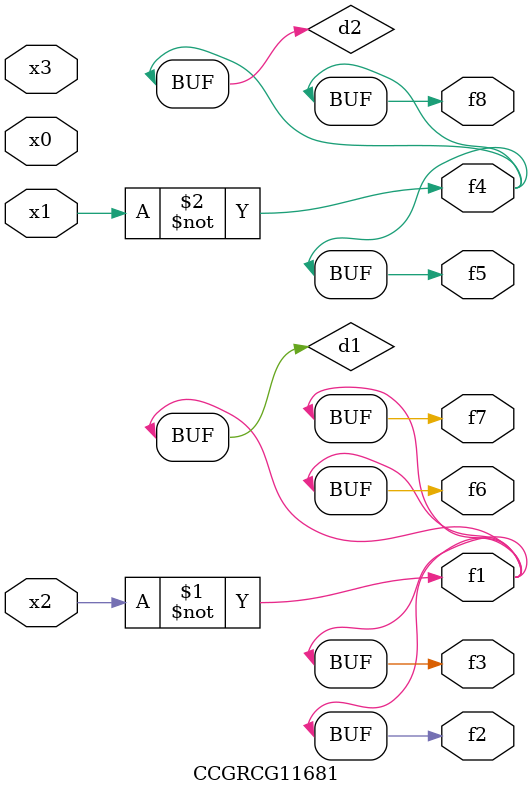
<source format=v>
module CCGRCG11681(
	input x0, x1, x2, x3,
	output f1, f2, f3, f4, f5, f6, f7, f8
);

	wire d1, d2;

	xnor (d1, x2);
	not (d2, x1);
	assign f1 = d1;
	assign f2 = d1;
	assign f3 = d1;
	assign f4 = d2;
	assign f5 = d2;
	assign f6 = d1;
	assign f7 = d1;
	assign f8 = d2;
endmodule

</source>
